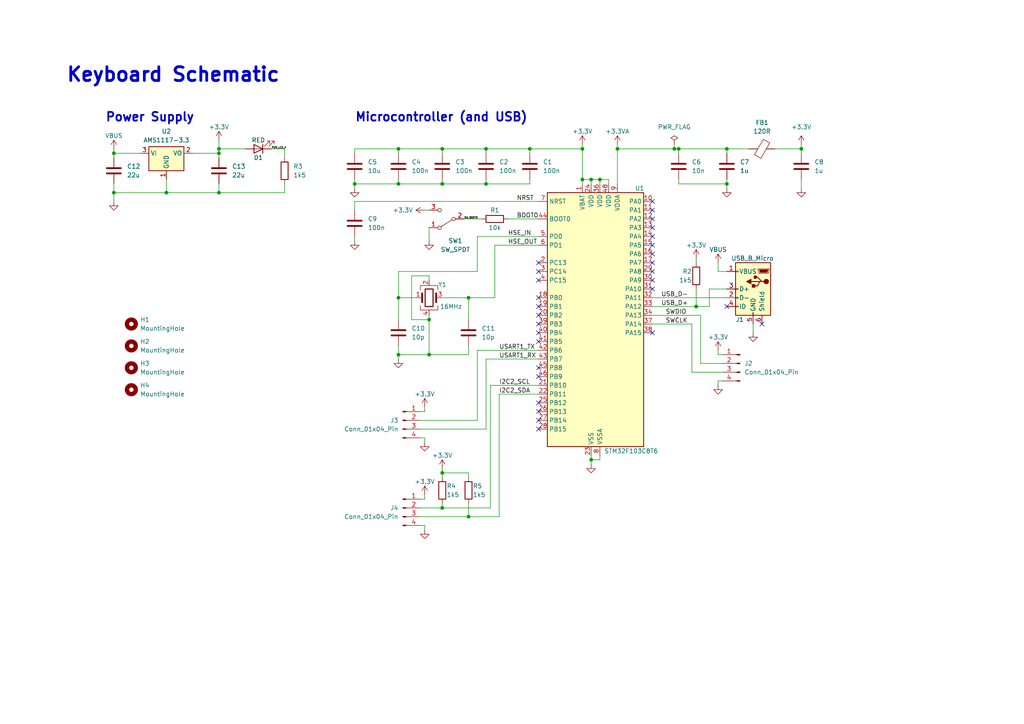
<source format=kicad_sch>
(kicad_sch (version 20230121) (generator eeschema)
  (paper "A4")
  (title_block (title "Keyboard Schematic") (date "2023-12-22") (rev "v1") (company "@unnamedosu"))
  (lib_symbols
    (symbol "Connector:Conn_01x04_Pin" (pin_names (offset 1.016) hide)
      (property "Reference" "J" (at 0 5.08 0))
      (property "Value" "Conn_01x04_Pin" (at 0 -7.62 0))
      (symbol "Conn_01x04_Pin_1_1"
        (polyline (pts (xy 1.27 -5.08) (xy 0.8636 -5.08)) (stroke (width 0.1524)))
        (polyline (pts (xy 1.27 -2.54) (xy 0.8636 -2.54)) (stroke (width 0.1524)))
        (polyline (pts (xy 1.27 0) (xy 0.8636 0)) (stroke (width 0.1524)))
        (polyline (pts (xy 1.27 2.54) (xy 0.8636 2.54)) (stroke (width 0.1524)))
        (rectangle (start 0.8636 -4.953) (end 0 -5.207) (stroke (width 0.1524)) (fill (type outline)))
        (rectangle (start 0.8636 -2.413) (end 0 -2.667) (stroke (width 0.1524)) (fill (type outline)))
        (rectangle (start 0.8636 0.127) (end 0 -0.127) (stroke (width 0.1524)) (fill (type outline)))
        (rectangle (start 0.8636 2.667) (end 0 2.413) (stroke (width 0.1524)) (fill (type outline)))
        (pin passive line (at 5.08 2.54 180) (length 3.81) (name "Pin_1") (number "1"))
        (pin passive line (at 5.08 0 180) (length 3.81) (name "Pin_2") (number "2"))
        (pin passive line (at 5.08 -2.54 180) (length 3.81) (name "Pin_3") (number "3"))
        (pin passive line (at 5.08 -5.08 180) (length 3.81) (name "Pin_4") (number "4"))
      )
    )
    (symbol "Connector:USB_B_Micro" (pin_names (offset 1.016))
      (property "Reference" "J" (at -5.08 11.43 0))
      (property "Value" "USB_B_Micro" (at -5.08 8.89 0))
      (symbol "USB_B_Micro_0_1"
        (rectangle (start -5.08 -7.62) (end 5.08 7.62) (stroke (width 0.254)) (fill (type background)))
        (circle (center -3.81 2.159) (radius 0.635) (stroke (width 0.254)) (fill (type outline)))
        (circle (center -0.635 3.429) (radius 0.381) (stroke (width 0.254)) (fill (type outline)))
        (rectangle (start -0.127 -7.62) (end 0.127 -6.858))
        (polyline (pts (xy -1.905 2.159) (xy 0.635 2.159)) (stroke (width 0.254)))
        (polyline (pts (xy -3.175 2.159) (xy -2.54 2.159) (xy -1.27 3.429) (xy -0.635 3.429)) (stroke (width 0.254)))
        (polyline (pts (xy -2.54 2.159) (xy -1.905 2.159) (xy -1.27 0.889) (xy 0 0.889)) (stroke (width 0.254)))
        (polyline (pts (xy 0.635 2.794) (xy 0.635 1.524) (xy 1.905 2.159) (xy 0.635 2.794)) (stroke (width 0.254)) (fill (type outline)))
        (polyline (pts (xy -4.318 5.588) (xy -1.778 5.588) (xy -2.032 4.826) (xy -4.064 4.826) (xy -4.318 5.588)) (fill (type outline)))
        (polyline (pts (xy -4.699 5.842) (xy -4.699 5.588) (xy -4.445 4.826) (xy -4.445 4.572) (xy -1.651 4.572) (xy -1.651 4.826) (xy -1.397 5.588) (xy -1.397 5.842) (xy -4.699 5.842)))
        (rectangle (start 0.254 1.27) (end -0.508 0.508) (stroke (width 0.254)) (fill (type outline)))
        (rectangle (start 5.08 -5.207) (end 4.318 -4.953))
        (rectangle (start 5.08 -2.667) (end 4.318 -2.413))
        (rectangle (start 5.08 -0.127) (end 4.318 0.127))
        (rectangle (start 5.08 4.953) (end 4.318 5.207))
      )
      (symbol "USB_B_Micro_1_1"
        (pin power_out line (at 7.62 5.08 180) (length 2.54) (name "VBUS") (number "1"))
        (pin bidirectional line (at 7.62 -2.54 180) (length 2.54) (name "D-") (number "2"))
        (pin bidirectional line (at 7.62 0 180) (length 2.54) (name "D+") (number "3"))
        (pin passive line (at 7.62 -5.08 180) (length 2.54) (name "ID") (number "4"))
        (pin power_out line (at 0 -10.16 90) (length 2.54) (name "GND") (number "5"))
        (pin passive line (at -2.54 -10.16 90) (length 2.54) (name "Shield") (number "6"))
      )
    )
    (symbol "Device:C" (pin_numbers hide) (pin_names (offset 0.254))
      (property "Reference" "C" (at 0.635 2.54 0))
      (property "Value" "C" (at 0.635 -2.54 0))
      (symbol "C_0_1"
        (polyline (pts (xy -2.032 -0.762) (xy 2.032 -0.762)) (stroke (width 0.508)))
        (polyline (pts (xy -2.032 0.762) (xy 2.032 0.762)) (stroke (width 0.508)))
      )
      (symbol "C_1_1"
        (pin passive line (at 0 3.81 270) (length 2.794) (name "~") (number "1"))
        (pin passive line (at 0 -3.81 90) (length 2.794) (name "~") (number "2"))
      )
    )
    (symbol "Device:Crystal_GND24" (pin_names (offset 1.016) hide)
      (property "Reference" "Y" (at 3.175 5.08 0))
      (property "Value" "Crystal_GND24" (at 3.175 3.175 0))
      (symbol "Crystal_GND24_0_1"
        (rectangle (start -1.143 2.54) (end 1.143 -2.54) (stroke (width 0.3048)))
        (polyline (pts (xy -2.54 0) (xy -2.032 0)))
        (polyline (pts (xy -2.032 -1.27) (xy -2.032 1.27)) (stroke (width 0.508)))
        (polyline (pts (xy 0 -3.81) (xy 0 -3.556)))
        (polyline (pts (xy 0 3.556) (xy 0 3.81)))
        (polyline (pts (xy 2.032 -1.27) (xy 2.032 1.27)) (stroke (width 0.508)))
        (polyline (pts (xy 2.032 0) (xy 2.54 0)))
        (polyline (pts (xy -2.54 -2.286) (xy -2.54 -3.556) (xy 2.54 -3.556) (xy 2.54 -2.286)))
        (polyline (pts (xy -2.54 2.286) (xy -2.54 3.556) (xy 2.54 3.556) (xy 2.54 2.286)))
      )
      (symbol "Crystal_GND24_1_1"
        (pin passive line (at -3.81 0 0) (length 1.27) (name "1") (number "1"))
        (pin passive line (at 0 5.08 270) (length 1.27) (name "2") (number "2"))
        (pin passive line (at 3.81 0 180) (length 1.27) (name "3") (number "3"))
        (pin passive line (at 0 -5.08 90) (length 1.27) (name "4") (number "4"))
      )
    )
    (symbol "Device:FerriteBead" (pin_numbers hide) (pin_names (offset 0))
      (property "Reference" "FB" (at -3.81 0.635 90))
      (property "Value" "FerriteBead" (at 3.81 0 90))
      (symbol "FerriteBead_0_1"
        (polyline (pts (xy 0 -1.27) (xy 0 -1.2192)))
        (polyline (pts (xy 0 1.27) (xy 0 1.2954)))
        (polyline (pts (xy -2.7686 0.4064) (xy -1.7018 2.2606) (xy 2.7686 -0.3048) (xy 1.6764 -2.159) (xy -2.7686 0.4064)))
      )
      (symbol "FerriteBead_1_1"
        (pin passive line (at 0 3.81 270) (length 2.54) (name "~") (number "1"))
        (pin passive line (at 0 -3.81 90) (length 2.54) (name "~") (number "2"))
      )
    )
    (symbol "Device:LED" (pin_numbers hide) (pin_names (offset 1.016) hide)
      (property "Reference" "D" (at 0 2.54 0))
      (property "Value" "LED" (at 0 -2.54 0))
      (symbol "LED_0_1"
        (polyline (pts (xy -1.27 -1.27) (xy -1.27 1.27)) (stroke (width 0.254)))
        (polyline (pts (xy -1.27 0) (xy 1.27 0)))
        (polyline (pts (xy 1.27 -1.27) (xy 1.27 1.27) (xy -1.27 0) (xy 1.27 -1.27)) (stroke (width 0.254)))
        (polyline (pts (xy -3.048 -0.762) (xy -4.572 -2.286) (xy -3.81 -2.286) (xy -4.572 -2.286) (xy -4.572 -1.524)))
        (polyline (pts (xy -1.778 -0.762) (xy -3.302 -2.286) (xy -2.54 -2.286) (xy -3.302 -2.286) (xy -3.302 -1.524)))
      )
      (symbol "LED_1_1"
        (pin passive line (at -3.81 0 0) (length 2.54) (name "K") (number "1"))
        (pin passive line (at 3.81 0 180) (length 2.54) (name "A") (number "2"))
      )
    )
    (symbol "Device:R" (pin_numbers hide) (pin_names (offset 0))
      (property "Reference" "R" (at 2.032 0 90))
      (property "Value" "R" (at 0 0 90))
      (symbol "R_0_1"
        (rectangle (start -1.016 -2.54) (end 1.016 2.54) (stroke (width 0.254)))
      )
      (symbol "R_1_1"
        (pin passive line (at 0 3.81 270) (length 1.27) (name "~") (number "1"))
        (pin passive line (at 0 -3.81 90) (length 1.27) (name "~") (number "2"))
      )
    )
    (symbol "MCU_ST_STM32F1:STM32F103C8Tx"
      (property "Reference" "U" (at -12.7 39.37 0))
      (property "Value" "STM32F103C8Tx" (at 10.16 39.37 0))
      (symbol "STM32F103C8Tx_0_1"
        (rectangle (start -12.7 -35.56) (end 15.24 38.1) (stroke (width 0.254)) (fill (type background)))
      )
      (symbol "STM32F103C8Tx_1_1"
        (pin power_in line (at -2.54 40.64 270) (length 2.54) (name "VBAT") (number "1"))
        (pin bidirectional line (at 17.78 35.56 180) (length 2.54) (name "PA0") (number "10"))
        (pin bidirectional line (at 17.78 33.02 180) (length 2.54) (name "PA1") (number "11"))
        (pin bidirectional line (at 17.78 30.48 180) (length 2.54) (name "PA2") (number "12"))
        (pin bidirectional line (at 17.78 27.94 180) (length 2.54) (name "PA3") (number "13"))
        (pin bidirectional line (at 17.78 25.4 180) (length 2.54) (name "PA4") (number "14"))
        (pin bidirectional line (at 17.78 22.86 180) (length 2.54) (name "PA5") (number "15"))
        (pin bidirectional line (at 17.78 20.32 180) (length 2.54) (name "PA6") (number "16"))
        (pin bidirectional line (at 17.78 17.78 180) (length 2.54) (name "PA7") (number "17"))
        (pin bidirectional line (at -15.24 7.62 0) (length 2.54) (name "PB0") (number "18"))
        (pin bidirectional line (at -15.24 5.08 0) (length 2.54) (name "PB1") (number "19"))
        (pin bidirectional line (at -15.24 17.78 0) (length 2.54) (name "PC13") (number "2"))
        (pin bidirectional line (at -15.24 2.54 0) (length 2.54) (name "PB2") (number "20"))
        (pin bidirectional line (at -15.24 -17.78 0) (length 2.54) (name "PB10") (number "21"))
        (pin bidirectional line (at -15.24 -20.32 0) (length 2.54) (name "PB11") (number "22"))
        (pin power_in line (at 0 -38.1 90) (length 2.54) (name "VSS") (number "23"))
        (pin power_in line (at 0 40.64 270) (length 2.54) (name "VDD") (number "24"))
        (pin bidirectional line (at -15.24 -22.86 0) (length 2.54) (name "PB12") (number "25"))
        (pin bidirectional line (at -15.24 -25.4 0) (length 2.54) (name "PB13") (number "26"))
        (pin bidirectional line (at -15.24 -27.94 0) (length 2.54) (name "PB14") (number "27"))
        (pin bidirectional line (at -15.24 -30.48 0) (length 2.54) (name "PB15") (number "28"))
        (pin bidirectional line (at 17.78 15.24 180) (length 2.54) (name "PA8") (number "29"))
        (pin bidirectional line (at -15.24 15.24 0) (length 2.54) (name "PC14") (number "3"))
        (pin bidirectional line (at 17.78 12.7 180) (length 2.54) (name "PA9") (number "30"))
        (pin bidirectional line (at 17.78 10.16 180) (length 2.54) (name "PA10") (number "31"))
        (pin bidirectional line (at 17.78 7.62 180) (length 2.54) (name "PA11") (number "32"))
        (pin bidirectional line (at 17.78 5.08 180) (length 2.54) (name "PA12") (number "33"))
        (pin bidirectional line (at 17.78 2.54 180) (length 2.54) (name "PA13") (number "34"))
        (pin passive line (at 0 -38.1 90) (length 2.54) hide (name "VSS") (number "35"))
        (pin power_in line (at 2.54 40.64 270) (length 2.54) (name "VDD") (number "36"))
        (pin bidirectional line (at 17.78 0 180) (length 2.54) (name "PA14") (number "37"))
        (pin bidirectional line (at 17.78 -2.54 180) (length 2.54) (name "PA15") (number "38"))
        (pin bidirectional line (at -15.24 0 0) (length 2.54) (name "PB3") (number "39"))
        (pin bidirectional line (at -15.24 12.7 0) (length 2.54) (name "PC15") (number "4"))
        (pin bidirectional line (at -15.24 -2.54 0) (length 2.54) (name "PB4") (number "40"))
        (pin bidirectional line (at -15.24 -5.08 0) (length 2.54) (name "PB5") (number "41"))
        (pin bidirectional line (at -15.24 -7.62 0) (length 2.54) (name "PB6") (number "42"))
        (pin bidirectional line (at -15.24 -10.16 0) (length 2.54) (name "PB7") (number "43"))
        (pin input line (at -15.24 30.48 0) (length 2.54) (name "BOOT0") (number "44"))
        (pin bidirectional line (at -15.24 -12.7 0) (length 2.54) (name "PB8") (number "45"))
        (pin bidirectional line (at -15.24 -15.24 0) (length 2.54) (name "PB9") (number "46"))
        (pin passive line (at 0 -38.1 90) (length 2.54) hide (name "VSS") (number "47"))
        (pin power_in line (at 5.08 40.64 270) (length 2.54) (name "VDD") (number "48"))
        (pin bidirectional line (at -15.24 25.4 0) (length 2.54) (name "PD0") (number "5"))
        (pin bidirectional line (at -15.24 22.86 0) (length 2.54) (name "PD1") (number "6"))
        (pin input line (at -15.24 35.56 0) (length 2.54) (name "NRST") (number "7"))
        (pin power_in line (at 2.54 -38.1 90) (length 2.54) (name "VSSA") (number "8"))
        (pin power_in line (at 7.62 40.64 270) (length 2.54) (name "VDDA") (number "9"))
      )
    )
    (symbol "Mechanical:MountingHole" (pin_names (offset 1.016))
      (property "Reference" "H" (at 0 5.08 0))
      (property "Value" "MountingHole" (at 0 3.175 0))
      (symbol "MountingHole_0_1"
        (circle (center 0 0) (radius 1.27) (stroke (width 1.27)))
      )
    )
    (symbol "Regulator_Linear:AMS1117-3.3"
      (property "Reference" "U" (at -3.81 3.175 0))
      (property "Value" "AMS1117-3.3" (at 0 3.175 0))
      (symbol "AMS1117-3.3_0_1"
        (rectangle (start -5.08 -5.08) (end 5.08 1.905) (stroke (width 0.254)) (fill (type background)))
      )
      (symbol "AMS1117-3.3_1_1"
        (pin power_in line (at 0 -7.62 90) (length 2.54) (name "GND") (number "1"))
        (pin power_out line (at 7.62 0 180) (length 2.54) (name "VO") (number "2"))
        (pin power_in line (at -7.62 0 0) (length 2.54) (name "VI") (number "3"))
      )
    )
    (symbol "Switch:SW_SPDT" (pin_names (offset 0) hide)
      (property "Reference" "SW" (at 0 4.318 0))
      (property "Value" "SW_SPDT" (at 0 -5.08 0))
      (symbol "SW_SPDT_0_0"
        (circle (center -2.032 0) (radius 0.508))
        (circle (center 2.032 -2.54) (radius 0.508))
      )
      (symbol "SW_SPDT_0_1"
        (polyline (pts (xy -1.524 0.254) (xy 1.651 2.286)))
        (circle (center 2.032 2.54) (radius 0.508))
      )
      (symbol "SW_SPDT_1_1"
        (pin passive line (at 5.08 2.54 180) (length 2.54) (name "A") (number "1"))
        (pin passive line (at -5.08 0 0) (length 2.54) (name "B") (number "2"))
        (pin passive line (at 5.08 -2.54 180) (length 2.54) (name "C") (number "3"))
      )
    )
    (symbol "power:+3.3V" (power) (pin_names (offset 0))
      (property "Value" "+3.3V" (at 0 3.556 0))
      (symbol "+3.3V_0_1"
        (polyline (pts (xy -0.762 1.27) (xy 0 2.54)))
        (polyline (pts (xy 0 0) (xy 0 2.54)))
        (polyline (pts (xy 0 2.54) (xy 0.762 1.27)))
      )
      (symbol "+3.3V_1_1"
        (pin power_in line (at 0 0 90) (length 0) hide (name "+3.3V") (number "1"))
      )
    )
    (symbol "power:+3.3VA" (power) (pin_names (offset 0))
      (property "Value" "+3.3VA" (at 0 3.556 0))
      (symbol "+3.3VA_0_1"
        (polyline (pts (xy -0.762 1.27) (xy 0 2.54)))
        (polyline (pts (xy 0 0) (xy 0 2.54)))
        (polyline (pts (xy 0 2.54) (xy 0.762 1.27)))
      )
      (symbol "+3.3VA_1_1"
        (pin power_in line (at 0 0 90) (length 0) hide (name "+3.3VA") (number "1"))
      )
    )
    (symbol "power:GND" (power) (pin_names (offset 0))
      (property "Value" "GND" (at 0 -3.81 0))
      (symbol "GND_0_1"
        (polyline (pts (xy 0 0) (xy 0 -1.27) (xy 1.27 -1.27) (xy 0 -2.54) (xy -1.27 -1.27) (xy 0 -1.27)))
      )
      (symbol "GND_1_1"
        (pin power_in line (at 0 0 270) (length 0) hide (name "GND") (number "1"))
      )
    )
    (symbol "power:PWR_FLAG" (power) (pin_numbers hide) (pin_names (offset 0) hide)
      (property "Value" "PWR_FLAG" (at 0 3.81 0))
      (symbol "PWR_FLAG_0_0"
        (pin power_out line (at 0 0 90) (length 0) (name "pwr") (number "1"))
      )
      (symbol "PWR_FLAG_0_1"
        (polyline (pts (xy 0 0) (xy 0 1.27) (xy -1.016 1.905) (xy 0 2.54) (xy 1.016 1.905) (xy 0 1.27)))
      )
    )
    (symbol "power:VBUS" (power) (pin_names (offset 0))
      (property "Value" "VBUS" (at 0 3.81 0))
      (symbol "VBUS_0_1"
        (polyline (pts (xy -0.762 1.27) (xy 0 2.54)))
        (polyline (pts (xy 0 0) (xy 0 2.54)))
        (polyline (pts (xy 0 2.54) (xy 0.762 1.27)))
      )
      (symbol "VBUS_1_1"
        (pin power_in line (at 0 0 90) (length 0) hide (name "VBUS") (number "1"))
      )
    )
  )
  (junction (at 173.99 52.07))
  (junction (at 140.97 53.34))
  (junction (at 135.89 149.86))
  (junction (at 63.5 44.45))
  (junction (at 196.85 43.18))
  (junction (at 124.46 92.71))
  (junction (at 63.5 55.88))
  (junction (at 115.57 43.18))
  (junction (at 33.02 44.45))
  (junction (at 33.02 55.88))
  (junction (at 232.41 43.18))
  (junction (at 128.27 43.18))
  (junction (at 128.27 53.34))
  (junction (at 128.27 137.16))
  (junction (at 171.45 52.07))
  (junction (at 201.93 88.9))
  (junction (at 168.91 52.07))
  (junction (at 115.57 53.34))
  (junction (at 140.97 43.18))
  (junction (at 48.26 55.88))
  (junction (at 195.58 43.18))
  (junction (at 124.46 102.87))
  (junction (at 135.89 86.36))
  (junction (at 153.67 43.18))
  (junction (at 210.82 43.18))
  (junction (at 171.45 133.35))
  (junction (at 168.91 43.18))
  (junction (at 179.07 43.18))
  (junction (at 115.57 102.87))
  (junction (at 210.82 53.34))
  (junction (at 63.5 43.18))
  (junction (at 115.57 86.36))
  (junction (at 102.87 53.34))
  (junction (at 128.27 147.32))
  (no_connect (at 156.21 116.84))
  (no_connect (at 156.21 88.9))
  (no_connect (at 156.21 81.28))
  (no_connect (at 156.21 86.36))
  (no_connect (at 189.23 71.12))
  (no_connect (at 156.21 76.2))
  (no_connect (at 156.21 91.44))
  (no_connect (at 156.21 119.38))
  (no_connect (at 156.21 106.68))
  (no_connect (at 156.21 96.52))
  (no_connect (at 210.82 88.9))
  (no_connect (at 156.21 93.98))
  (no_connect (at 156.21 99.06))
  (no_connect (at 156.21 78.74))
  (no_connect (at 189.23 96.52))
  (no_connect (at 189.23 58.42))
  (no_connect (at 189.23 76.2))
  (no_connect (at 189.23 78.74))
  (no_connect (at 189.23 66.04))
  (no_connect (at 156.21 124.46))
  (no_connect (at 189.23 63.5))
  (no_connect (at 156.21 109.22))
  (no_connect (at 156.21 121.92))
  (no_connect (at 189.23 83.82))
  (no_connect (at 189.23 60.96))
  (no_connect (at 189.23 81.28))
  (no_connect (at 189.23 68.58))
  (no_connect (at 189.23 73.66))
  (no_connect (at 220.98 93.98))
  (wire (pts (xy 48.26 52.07) (xy 48.26 55.88)))
  (wire (pts (xy 147.32 63.5) (xy 156.21 63.5)))
  (wire (pts (xy 210.82 83.82) (xy 205.74 83.82)))
  (wire (pts (xy 124.46 91.44) (xy 124.46 92.71)))
  (wire (pts (xy 208.28 76.2) (xy 208.28 78.74)))
  (wire (pts (xy 173.99 52.07) (xy 173.99 53.34)))
  (wire (pts (xy 171.45 52.07) (xy 173.99 52.07)))
  (wire (pts (xy 232.41 41.91) (xy 232.41 43.18)))
  (wire (pts (xy 115.57 52.07) (xy 115.57 53.34)))
  (wire (pts (xy 208.28 102.87) (xy 209.55 102.87)))
  (wire (pts (xy 210.82 43.18) (xy 196.85 43.18)))
  (wire (pts (xy 196.85 53.34) (xy 210.82 53.34)))
  (wire (pts (xy 124.46 80.01) (xy 119.38 80.01)))
  (wire (pts (xy 189.23 91.44) (xy 203.2 91.44)))
  (wire (pts (xy 123.19 119.38) (xy 121.92 119.38)))
  (wire (pts (xy 135.89 138.43) (xy 135.89 137.16)))
  (wire (pts (xy 119.38 80.01) (xy 119.38 92.71)))
  (wire (pts (xy 135.89 149.86) (xy 144.78 149.86)))
  (wire (pts (xy 200.66 107.95) (xy 209.55 107.95)))
  (wire (pts (xy 33.02 44.45) (xy 40.64 44.45)))
  (wire (pts (xy 33.02 55.88) (xy 48.26 55.88)))
  (wire (pts (xy 102.87 53.34) (xy 115.57 53.34)))
  (wire (pts (xy 142.24 111.76) (xy 156.21 111.76)))
  (wire (pts (xy 153.67 44.45) (xy 153.67 43.18)))
  (wire (pts (xy 135.89 100.33) (xy 135.89 102.87)))
  (wire (pts (xy 203.2 105.41) (xy 209.55 105.41)))
  (wire (pts (xy 232.41 43.18) (xy 232.41 44.45)))
  (wire (pts (xy 143.51 86.36) (xy 143.51 71.12)))
  (wire (pts (xy 153.67 43.18) (xy 168.91 43.18)))
  (wire (pts (xy 63.5 55.88) (xy 82.55 55.88)))
  (wire (pts (xy 203.2 91.44) (xy 203.2 105.41)))
  (wire (pts (xy 140.97 43.18) (xy 140.97 44.45)))
  (wire (pts (xy 218.44 93.98) (xy 218.44 96.52)))
  (wire (pts (xy 196.85 43.18) (xy 195.58 43.18)))
  (wire (pts (xy 195.58 41.91) (xy 195.58 43.18)))
  (wire (pts (xy 123.19 153.67) (xy 123.19 152.4)))
  (wire (pts (xy 210.82 43.18) (xy 217.17 43.18)))
  (wire (pts (xy 210.82 53.34) (xy 210.82 54.61)))
  (wire (pts (xy 123.19 118.11) (xy 123.19 119.38)))
  (wire (pts (xy 121.92 147.32) (xy 128.27 147.32)))
  (wire (pts (xy 102.87 44.45) (xy 102.87 43.18)))
  (wire (pts (xy 208.28 111.76) (xy 208.28 110.49)))
  (wire (pts (xy 135.89 86.36) (xy 143.51 86.36)))
  (wire (pts (xy 120.65 86.36) (xy 115.57 86.36)))
  (wire (pts (xy 128.27 146.05) (xy 128.27 147.32)))
  (wire (pts (xy 208.28 110.49) (xy 209.55 110.49)))
  (wire (pts (xy 63.5 43.18) (xy 71.12 43.18)))
  (wire (pts (xy 142.24 111.76) (xy 142.24 147.32)))
  (wire (pts (xy 48.26 55.88) (xy 63.5 55.88)))
  (wire (pts (xy 115.57 102.87) (xy 115.57 100.33)))
  (wire (pts (xy 224.79 43.18) (xy 232.41 43.18)))
  (wire (pts (xy 208.28 101.6) (xy 208.28 102.87)))
  (wire (pts (xy 201.93 88.9) (xy 205.74 88.9)))
  (wire (pts (xy 168.91 43.18) (xy 168.91 52.07)))
  (wire (pts (xy 82.55 43.18) (xy 82.55 45.72)))
  (wire (pts (xy 135.89 146.05) (xy 135.89 149.86)))
  (wire (pts (xy 82.55 53.34) (xy 82.55 55.88)))
  (wire (pts (xy 168.91 52.07) (xy 171.45 52.07)))
  (wire (pts (xy 78.74 43.18) (xy 82.55 43.18)))
  (wire (pts (xy 171.45 134.62) (xy 171.45 133.35)))
  (wire (pts (xy 128.27 53.34) (xy 140.97 53.34)))
  (wire (pts (xy 115.57 53.34) (xy 128.27 53.34)))
  (wire (pts (xy 205.74 83.82) (xy 205.74 88.9)))
  (wire (pts (xy 128.27 137.16) (xy 128.27 138.43)))
  (wire (pts (xy 140.97 53.34) (xy 153.67 53.34)))
  (wire (pts (xy 201.93 74.93) (xy 201.93 76.2)))
  (wire (pts (xy 135.89 102.87) (xy 124.46 102.87)))
  (wire (pts (xy 144.78 114.3) (xy 156.21 114.3)))
  (wire (pts (xy 55.88 44.45) (xy 63.5 44.45)))
  (wire (pts (xy 208.28 78.74) (xy 210.82 78.74)))
  (wire (pts (xy 115.57 43.18) (xy 128.27 43.18)))
  (wire (pts (xy 144.78 114.3) (xy 144.78 149.86)))
  (wire (pts (xy 123.19 128.27) (xy 123.19 127)))
  (wire (pts (xy 138.43 68.58) (xy 156.21 68.58)))
  (wire (pts (xy 63.5 45.72) (xy 63.5 44.45)))
  (wire (pts (xy 115.57 43.18) (xy 115.57 44.45)))
  (wire (pts (xy 135.89 86.36) (xy 135.89 92.71)))
  (wire (pts (xy 124.46 81.28) (xy 124.46 80.01)))
  (wire (pts (xy 124.46 92.71) (xy 124.46 102.87)))
  (wire (pts (xy 119.38 92.71) (xy 124.46 92.71)))
  (wire (pts (xy 115.57 86.36) (xy 115.57 78.74)))
  (wire (pts (xy 123.19 143.51) (xy 123.19 144.78)))
  (wire (pts (xy 173.99 52.07) (xy 176.53 52.07)))
  (wire (pts (xy 143.51 71.12) (xy 156.21 71.12)))
  (wire (pts (xy 138.43 101.6) (xy 138.43 121.92)))
  (wire (pts (xy 63.5 55.88) (xy 63.5 53.34)))
  (wire (pts (xy 128.27 52.07) (xy 128.27 53.34)))
  (wire (pts (xy 138.43 101.6) (xy 156.21 101.6)))
  (wire (pts (xy 200.66 93.98) (xy 200.66 107.95)))
  (wire (pts (xy 102.87 68.58) (xy 102.87 69.85)))
  (wire (pts (xy 123.19 60.96) (xy 124.46 60.96)))
  (wire (pts (xy 140.97 43.18) (xy 153.67 43.18)))
  (wire (pts (xy 140.97 104.14) (xy 140.97 124.46)))
  (wire (pts (xy 173.99 132.08) (xy 173.99 133.35)))
  (wire (pts (xy 128.27 147.32) (xy 142.24 147.32)))
  (wire (pts (xy 138.43 78.74) (xy 138.43 68.58)))
  (wire (pts (xy 171.45 132.08) (xy 171.45 133.35)))
  (wire (pts (xy 63.5 43.18) (xy 63.5 44.45)))
  (wire (pts (xy 171.45 52.07) (xy 171.45 53.34)))
  (wire (pts (xy 115.57 102.87) (xy 115.57 104.14)))
  (wire (pts (xy 134.62 63.5) (xy 139.7 63.5)))
  (wire (pts (xy 102.87 53.34) (xy 102.87 54.61)))
  (wire (pts (xy 210.82 53.34) (xy 210.82 52.07)))
  (wire (pts (xy 171.45 133.35) (xy 173.99 133.35)))
  (wire (pts (xy 121.92 121.92) (xy 138.43 121.92)))
  (wire (pts (xy 33.02 53.34) (xy 33.02 55.88)))
  (wire (pts (xy 102.87 60.96) (xy 102.87 58.42)))
  (wire (pts (xy 232.41 52.07) (xy 232.41 54.61)))
  (wire (pts (xy 189.23 88.9) (xy 201.93 88.9)))
  (wire (pts (xy 179.07 41.91) (xy 179.07 43.18)))
  (wire (pts (xy 153.67 53.34) (xy 153.67 52.07)))
  (wire (pts (xy 195.58 43.18) (xy 179.07 43.18)))
  (wire (pts (xy 128.27 135.89) (xy 128.27 137.16)))
  (wire (pts (xy 128.27 137.16) (xy 135.89 137.16)))
  (wire (pts (xy 123.19 144.78) (xy 121.92 144.78)))
  (wire (pts (xy 63.5 40.64) (xy 63.5 43.18)))
  (wire (pts (xy 168.91 41.91) (xy 168.91 43.18)))
  (wire (pts (xy 121.92 127) (xy 123.19 127)))
  (wire (pts (xy 102.87 43.18) (xy 115.57 43.18)))
  (wire (pts (xy 115.57 78.74) (xy 138.43 78.74)))
  (wire (pts (xy 196.85 43.18) (xy 196.85 44.45)))
  (wire (pts (xy 128.27 86.36) (xy 135.89 86.36)))
  (wire (pts (xy 121.92 152.4) (xy 123.19 152.4)))
  (wire (pts (xy 33.02 43.18) (xy 33.02 44.45)))
  (wire (pts (xy 189.23 93.98) (xy 200.66 93.98)))
  (wire (pts (xy 201.93 83.82) (xy 201.93 88.9)))
  (wire (pts (xy 179.07 43.18) (xy 179.07 53.34)))
  (wire (pts (xy 124.46 102.87) (xy 115.57 102.87)))
  (wire (pts (xy 189.23 86.36) (xy 210.82 86.36)))
  (wire (pts (xy 102.87 52.07) (xy 102.87 53.34)))
  (wire (pts (xy 33.02 45.72) (xy 33.02 44.45)))
  (wire (pts (xy 128.27 43.18) (xy 128.27 44.45)))
  (wire (pts (xy 115.57 86.36) (xy 115.57 92.71)))
  (wire (pts (xy 33.02 55.88) (xy 33.02 58.42)))
  (wire (pts (xy 168.91 52.07) (xy 168.91 53.34)))
  (wire (pts (xy 140.97 104.14) (xy 156.21 104.14)))
  (wire (pts (xy 121.92 124.46) (xy 140.97 124.46)))
  (wire (pts (xy 124.46 66.04) (xy 124.46 69.85)))
  (wire (pts (xy 176.53 52.07) (xy 176.53 53.34)))
  (wire (pts (xy 102.87 58.42) (xy 156.21 58.42)))
  (wire (pts (xy 210.82 44.45) (xy 210.82 43.18)))
  (wire (pts (xy 128.27 43.18) (xy 140.97 43.18)))
  (wire (pts (xy 196.85 52.07) (xy 196.85 53.34)))
  (wire (pts (xy 140.97 52.07) (xy 140.97 53.34)))
  (wire (pts (xy 121.92 149.86) (xy 135.89 149.86)))
  (text "Power Supply" (at 30.48 35.56 0) (effects (font (size 2.5 2.5) (thickness 0.5) bold) (justify left bottom)))
  (text "Microcontroller (and USB)" (at 102.87 35.56 0) (effects (font (size 2.5 2.5) bold) (justify left bottom)))
  (text "Keyboard Schematic" (at 19.05 24.13 0) (effects (font (size 4 4) (thickness 0.8) bold) (justify left bottom)))
  (label "HSE_IN" (at 147.32 68.58 0))
  (label "USB_D+" (at 191.77 88.9 0))
  (label "BOOT0" (at 149.86 63.5 0))
  (label "I2C2_SDA" (at 144.78 114.3 0))
  (label "SWDIO" (at 193.04 91.44 0))
  (label "I2C2_SCL" (at 144.78 111.76 0))
  (label "USB_D-" (at 191.77 86.36 0))
  (label "SWCLK" (at 193.04 93.98 0))
  (label "SW_BOOT0" (at 134.62 63.5 0) (effects (font (size 0.5 0.5))))
  (label "USART1_TX" (at 144.78 101.6 0))
  (label "NRST" (at 149.86 58.42 0))
  (label "USART1_RX" (at 144.78 104.14 0))
  (label "HSE_OUT" (at 147.32 71.12 0))
  (label "PWR_LED_K" (at 78.74 43.18 0) (effects (font (size 0.5 0.5))))
  (symbol (lib_id "power:PWR_FLAG") (at 195.58 41.91 0) (unit 1)
    (property "Reference" "#FLG01" (effects hide))
    (property "Value" "PWR_FLAG" (at 195.58 36.83 0))
  )
  (symbol (lib_id "power:+3.3V") (at 123.19 118.11 0) (unit 1)
    (property "Reference" "#PWR020" (effects hide))
    (property "Value" "+3.3V" (at 123.19 114.3 0))
  )
  (symbol (lib_id "Device:C") (at 140.97 48.26 0) (unit 1)
    (property "Reference" "C2" (at 144.78 46.99 0) (effects (justify left)))
    (property "Value" "100n" (at 144.78 49.53 0) (effects (justify left)))
    (property "Footprint" "Capacitor_SMD:C_0402_1005Metric" (effects hide))
  )
  (symbol (lib_id "power:GND") (at 232.41 54.61 0) (unit 1)
    (property "Reference" "#PWR06" (effects hide))
    (property "Value" "GND" (effects hide))
  )
  (symbol (lib_id "power:GND") (at 102.87 69.85 0) (unit 1)
    (property "Reference" "#PWR08" (effects hide))
    (property "Value" "GND" (effects hide))
  )
  (symbol (lib_id "Device:R") (at 128.27 142.24 0) (unit 1)
    (property "Reference" "R4" (at 129.54 140.97 0) (effects (justify left)))
    (property "Value" "1k5" (at 129.54 143.51 0) (effects (justify left)))
    (property "Footprint" "Resistor_SMD:R_0402_1005Metric" (effects hide))
  )
  (symbol (lib_id "power:+3.3V") (at 168.91 41.91 0) (unit 1)
    (property "Reference" "#PWR02" (effects hide))
    (property "Value" "+3.3V" (at 168.91 38.1 0))
  )
  (symbol (lib_id "power:+3.3V") (at 63.5 40.64 0) (unit 1)
    (property "Reference" "#PWR019" (effects hide))
    (property "Value" "+3.3V" (at 63.5 36.83 0))
  )
  (symbol (lib_id "power:+3.3V") (at 123.19 60.96 90) (unit 1)
    (property "Reference" "#PWR010" (effects hide))
    (property "Value" "+3.3V" (at 116.84 60.96 90))
  )
  (symbol (lib_id "Connector:USB_B_Micro") (at 218.44 83.82 0) (mirror y) (unit 1)
    (property "Reference" "J1" (at 213.36 92.71 0) (effects (justify right)))
    (property "Value" "USB_B_Micro" (at 212.09 74.93 0) (effects (justify right)))
    (property "Footprint" "Connector_USB:USB_Micro-B_Wuerth_629105150521" (effects hide))
  )
  (symbol (lib_id "MCU_ST_STM32F1:STM32F103C8Tx") (at 171.45 93.98 0) (unit 1)
    (property "Reference" "U1" (at 184.15 54.61 0) (effects (justify left)))
    (property "Value" "STM32F103C8T6" (at 175.26 130.81 0) (effects (justify left)))
    (property "Footprint" "Package_QFP:LQFP-48_7x7mm_P0.5mm" (effects hide))
    (property "Datasheet" "https://www.st.com/resource/en/datasheet/stm32f103c8.pdf" (effects hide))
  )
  (symbol (lib_id "power:+3.3V") (at 201.93 74.93 0) (unit 1)
    (property "Reference" "#PWR014" (effects hide))
    (property "Value" "+3.3V" (at 201.93 71.12 0))
  )
  (symbol (lib_id "Mechanical:MountingHole") (at 38.1 100.33 0) (unit 1)
    (property "Reference" "H2" (at 40.64 99.06 0) (effects (justify left)))
    (property "Value" "MountingHole" (at 40.64 101.6 0) (effects (justify left)))
    (property "Footprint" "MountingHole:MountingHole_2.2mm_M2" (effects hide))
  )
  (symbol (lib_id "power:GND") (at 171.45 134.62 0) (unit 1)
    (property "Reference" "#PWR01" (effects hide))
    (property "Value" "GND" (effects hide))
  )
  (symbol (lib_id "Device:C") (at 196.85 48.26 0) (unit 1)
    (property "Reference" "C6" (at 200.66 46.99 0) (effects (justify left)))
    (property "Value" "10n" (at 200.66 49.53 0) (effects (justify left)))
    (property "Footprint" "Capacitor_SMD:C_0402_1005Metric" (effects hide))
  )
  (symbol (lib_id "Device:Crystal_GND24") (at 124.46 86.36 0) (unit 1)
    (property "Reference" "Y1" (at 128.27 82.55 0))
    (property "Value" "16MHz" (at 130.81 88.9 0))
    (property "Footprint" "Crystal:Crystal_SMD_3225-4Pin_3.2x2.5mm" (effects hide))
  )
  (symbol (lib_id "Device:R") (at 143.51 63.5 90) (unit 1)
    (property "Reference" "R1" (at 143.51 60.96 90))
    (property "Value" "10k" (at 143.51 66.04 90))
    (property "Footprint" "Resistor_SMD:R_0402_1005Metric" (effects hide))
  )
  (symbol (lib_id "power:GND") (at 123.19 128.27 0) (unit 1)
    (property "Reference" "#PWR021" (effects hide))
    (property "Value" "GND" (effects hide))
  )
  (symbol (lib_id "Device:C") (at 128.27 48.26 0) (unit 1)
    (property "Reference" "C3" (at 132.08 46.99 0) (effects (justify left)))
    (property "Value" "100n" (at 132.08 49.53 0) (effects (justify left)))
    (property "Footprint" "Capacitor_SMD:C_0402_1005Metric" (effects hide))
  )
  (symbol (lib_id "Device:R") (at 135.89 142.24 0) (unit 1)
    (property "Reference" "R5" (at 137.16 140.97 0) (effects (justify left)))
    (property "Value" "1k5" (at 137.16 143.51 0) (effects (justify left)))
    (property "Footprint" "Resistor_SMD:R_0402_1005Metric" (effects hide))
  )
  (symbol (lib_id "Device:LED") (at 74.93 43.18 180) (unit 1)
    (property "Reference" "D1" (at 74.93 45.72 0))
    (property "Value" "RED" (at 74.93 40.64 0))
    (property "Footprint" "LED_SMD:LED_0603_1608Metric" (effects hide))
  )
  (symbol (lib_id "Device:C") (at 102.87 48.26 0) (unit 1)
    (property "Reference" "C5" (at 106.68 46.99 0) (effects (justify left)))
    (property "Value" "10u" (at 106.68 49.53 0) (effects (justify left)))
    (property "Footprint" "Capacitor_SMD:C_0603_1608Metric" (effects hide))
  )
  (symbol (lib_id "Device:C") (at 135.89 96.52 0) (unit 1)
    (property "Reference" "C11" (at 139.7 95.25 0) (effects (justify left)))
    (property "Value" "10p" (at 139.7 97.79 0) (effects (justify left)))
    (property "Footprint" "Capacitor_SMD:C_0402_1005Metric" (effects hide))
  )
  (symbol (lib_id "power:GND") (at 123.19 153.67 0) (unit 1)
    (property "Reference" "#PWR023" (effects hide))
    (property "Value" "GND" (effects hide))
  )
  (symbol (lib_id "Device:C") (at 115.57 48.26 0) (unit 1)
    (property "Reference" "C4" (at 119.38 46.99 0) (effects (justify left)))
    (property "Value" "100n" (at 119.38 49.53 0) (effects (justify left)))
    (property "Footprint" "Capacitor_SMD:C_0402_1005Metric" (effects hide))
  )
  (symbol (lib_id "Device:FerriteBead") (at 220.98 43.18 270) (unit 1)
    (property "Reference" "FB1" (at 221.0308 35.56 90))
    (property "Value" "120R" (at 221.0308 38.1 90))
    (property "Footprint" "Inductor_SMD:L_0603_1608Metric" (effects hide))
  )
  (symbol (lib_id "Regulator_Linear:AMS1117-3.3") (at 48.26 44.45 0) (unit 1)
    (property "Reference" "U2" (at 48.26 38.1 0))
    (property "Value" "AMS1117-3.3" (at 48.26 40.64 0))
    (property "Footprint" "Package_TO_SOT_SMD:SOT-223-3_TabPin2" (effects hide))
    (property "Datasheet" "http://www.advanced-monolithic.com/pdf/ds1117.pdf" (effects hide))
  )
  (symbol (lib_id "Device:C") (at 232.41 48.26 0) (unit 1)
    (property "Reference" "C8" (at 236.22 46.99 0) (effects (justify left)))
    (property "Value" "1u" (at 236.22 49.53 0) (effects (justify left)))
    (property "Footprint" "Capacitor_SMD:C_0402_1005Metric" (effects hide))
  )
  (symbol (lib_id "power:VBUS") (at 33.02 43.18 0) (unit 1)
    (property "Reference" "#PWR018" (effects hide))
    (property "Value" "VBUS" (at 33.02 39.37 0))
  )
  (symbol (lib_id "power:GND") (at 124.46 69.85 0) (unit 1)
    (property "Reference" "#PWR09" (effects hide))
    (property "Value" "GND" (effects hide))
  )
  (symbol (lib_id "Connector:Conn_01x04_Pin") (at 116.84 147.32 0) (unit 1)
    (property "Reference" "J4" (at 115.57 147.32 0) (effects (justify right)))
    (property "Value" "Conn_01x04_Pin" (at 115.57 149.86 0) (effects (justify right)))
    (property "Footprint" "Connector_PinHeader_1.27mm:PinHeader_1x04_P1.27mm_Vertical" (effects hide))
  )
  (symbol (lib_id "Device:C") (at 102.87 64.77 0) (unit 1)
    (property "Reference" "C9" (at 106.68 63.5 0) (effects (justify left)))
    (property "Value" "100n" (at 106.68 66.04 0) (effects (justify left)))
    (property "Footprint" "Capacitor_SMD:C_0402_1005Metric" (effects hide))
  )
  (symbol (lib_id "power:+3.3V") (at 208.28 101.6 0) (unit 1)
    (property "Reference" "#PWR015" (effects hide))
    (property "Value" "+3.3V" (at 208.28 97.79 0))
  )
  (symbol (lib_id "Device:C") (at 153.67 48.26 0) (unit 1)
    (property "Reference" "C1" (at 157.48 46.99 0) (effects (justify left)))
    (property "Value" "100n" (at 157.48 49.53 0) (effects (justify left)))
    (property "Footprint" "Capacitor_SMD:C_0402_1005Metric" (effects hide))
  )
  (symbol (lib_id "power:+3.3VA") (at 179.07 41.91 0) (unit 1)
    (property "Reference" "#PWR04" (effects hide))
    (property "Value" "+3.3VA" (at 179.07 38.1 0))
  )
  (symbol (lib_id "power:GND") (at 210.82 54.61 0) (unit 1)
    (property "Reference" "#PWR05" (effects hide))
    (property "Value" "GND" (effects hide))
  )
  (symbol (lib_id "Device:C") (at 63.5 49.53 0) (unit 1)
    (property "Reference" "C13" (at 67.31 48.26 0) (effects (justify left)))
    (property "Value" "22u" (at 67.31 50.8 0) (effects (justify left)))
    (property "Footprint" "Capacitor_SMD:C_0805_2012Metric" (effects hide))
  )
  (symbol (lib_id "Device:R") (at 82.55 49.53 0) (unit 1)
    (property "Reference" "R3" (at 85.09 48.26 0) (effects (justify left)))
    (property "Value" "1k5" (at 85.09 50.8 0) (effects (justify left)))
    (property "Footprint" "Resistor_SMD:R_0402_1005Metric" (effects hide))
  )
  (symbol (lib_id "Switch:SW_SPDT") (at 129.54 63.5 180) (unit 1)
    (property "Reference" "SW1" (at 132.08 69.85 0))
    (property "Value" "SW_SPDT" (at 132.08 72.39 0))
    (property "Footprint" "Button_Switch_SMD:SW_SPDT_PCM12" (effects hide))
  )
  (symbol (lib_id "Mechanical:MountingHole") (at 38.1 93.98 0) (unit 1)
    (property "Reference" "H1" (at 40.64 92.71 0) (effects (justify left)))
    (property "Value" "MountingHole" (at 40.64 95.25 0) (effects (justify left)))
    (property "Footprint" "MountingHole:MountingHole_2.2mm_M2" (effects hide))
  )
  (symbol (lib_id "power:GND") (at 208.28 111.76 0) (unit 1)
    (property "Reference" "#PWR016" (effects hide))
    (property "Value" "GND" (effects hide))
  )
  (symbol (lib_id "power:+3.3V") (at 123.19 143.51 0) (unit 1)
    (property "Reference" "#PWR022" (effects hide))
    (property "Value" "+3.3V" (at 123.19 139.7 0))
  )
  (symbol (lib_id "power:GND") (at 33.02 58.42 0) (unit 1)
    (property "Reference" "#PWR017" (effects hide))
    (property "Value" "GND" (effects hide))
  )
  (symbol (lib_id "power:VBUS") (at 208.28 76.2 0) (unit 1)
    (property "Reference" "#PWR012" (effects hide))
    (property "Value" "VBUS" (at 208.28 72.39 0))
  )
  (symbol (lib_id "Mechanical:MountingHole") (at 38.1 113.03 0) (unit 1)
    (property "Reference" "H4" (at 40.64 111.76 0) (effects (justify left)))
    (property "Value" "MountingHole" (at 40.64 114.3 0) (effects (justify left)))
    (property "Footprint" "MountingHole:MountingHole_2.2mm_M2" (effects hide))
  )
  (symbol (lib_id "power:GND") (at 218.44 96.52 0) (unit 1)
    (property "Reference" "#PWR013" (effects hide))
    (property "Value" "GND" (effects hide))
  )
  (symbol (lib_id "Device:C") (at 210.82 48.26 0) (unit 1)
    (property "Reference" "C7" (at 214.63 46.99 0) (effects (justify left)))
    (property "Value" "1u" (at 214.63 49.53 0) (effects (justify left)))
    (property "Footprint" "Capacitor_SMD:C_0402_1005Metric" (effects hide))
  )
  (symbol (lib_id "Connector:Conn_01x04_Pin") (at 116.84 121.92 0) (unit 1)
    (property "Reference" "J3" (at 115.57 121.92 0) (effects (justify right)))
    (property "Value" "Conn_01x04_Pin" (at 115.57 124.46 0) (effects (justify right)))
    (property "Footprint" "Connector_PinHeader_1.27mm:PinHeader_1x04_P1.27mm_Vertical" (effects hide))
  )
  (symbol (lib_id "Connector:Conn_01x04_Pin") (at 214.63 105.41 0) (mirror y) (unit 1)
    (property "Reference" "J2" (at 215.9 105.41 0) (effects (justify right)))
    (property "Value" "Conn_01x04_Pin" (at 215.9 107.95 0) (effects (justify right)))
    (property "Footprint" "Connector_PinHeader_1.27mm:PinHeader_1x04_P1.27mm_Vertical" (effects hide))
  )
  (symbol (lib_id "power:GND") (at 115.57 104.14 0) (unit 1)
    (property "Reference" "#PWR011" (effects hide))
    (property "Value" "GND" (effects hide))
  )
  (symbol (lib_id "power:+3.3V") (at 232.41 41.91 0) (unit 1)
    (property "Reference" "#PWR07" (effects hide))
    (property "Value" "+3.3V" (at 232.41 36.83 0))
  )
  (symbol (lib_id "Device:R") (at 201.93 80.01 0) (mirror y) (unit 1)
    (property "Reference" "R2" (at 200.66 78.74 0) (effects (justify left)))
    (property "Value" "1k5" (at 200.66 81.28 0) (effects (justify left)))
    (property "Footprint" "Resistor_SMD:R_0402_1005Metric" (effects hide))
  )
  (symbol (lib_id "Device:C") (at 33.02 49.53 0) (unit 1)
    (property "Reference" "C12" (at 36.83 48.26 0) (effects (justify left)))
    (property "Value" "22u" (at 36.83 50.8 0) (effects (justify left)))
    (property "Footprint" "Capacitor_SMD:C_0805_2012Metric" (effects hide))
  )
  (symbol (lib_id "power:GND") (at 102.87 54.61 0) (unit 1)
    (property "Reference" "#PWR03" (effects hide))
    (property "Value" "GND" (effects hide))
  )
  (symbol (lib_id "Mechanical:MountingHole") (at 38.1 106.68 0) (unit 1)
    (property "Reference" "H3" (at 40.64 105.41 0) (effects (justify left)))
    (property "Value" "MountingHole" (at 40.64 107.95 0) (effects (justify left)))
    (property "Footprint" "MountingHole:MountingHole_2.2mm_M2" (effects hide))
  )
  (symbol (lib_id "power:+3.3V") (at 128.27 135.89 0) (unit 1)
    (property "Reference" "#PWR024" (effects hide))
    (property "Value" "+3.3V" (at 128.27 132.08 0))
  )
  (symbol (lib_id "Device:C") (at 115.57 96.52 0) (unit 1)
    (property "Reference" "C10" (at 119.38 95.25 0) (effects (justify left)))
    (property "Value" "10p" (at 119.38 97.79 0) (effects (justify left)))
    (property "Footprint" "Capacitor_SMD:C_0402_1005Metric" (effects hide))
  )
)
</source>
